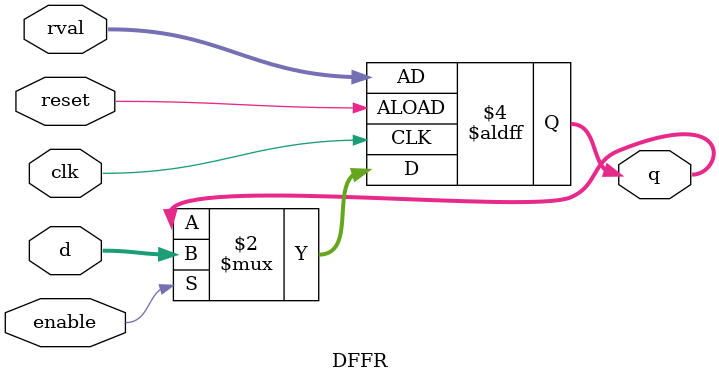
<source format=sv>
module DFFR #(parameter WIDTH=4)   
            (input logic clk, reset,enable,
input logic [WIDTH-1:0] d, rval,
output logic [WIDTH-1:0] q);
always_ff @(posedge clk or posedge reset)
    if (reset) q<= rval;
    else if (enable) q<= d;
endmodule
</source>
